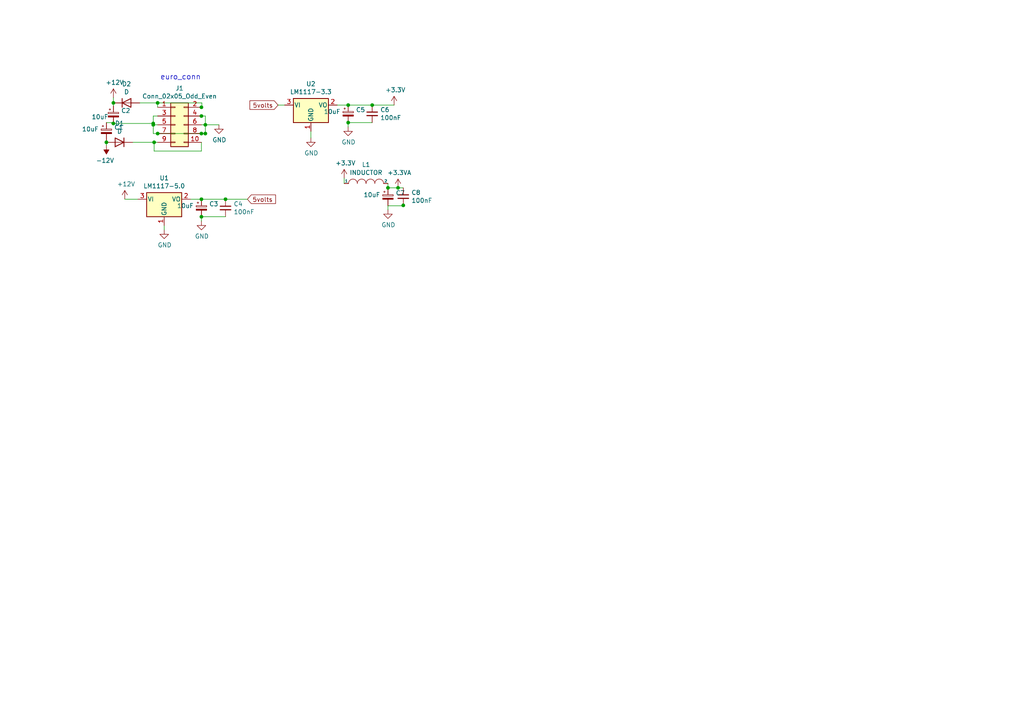
<source format=kicad_sch>
(kicad_sch (version 20211123) (generator eeschema)
  (paper "A4")
  (lib_symbols
    (symbol "Connector_Generic:Conn_02x05_Odd_Even" (pin_names (offset 1.016) hide)
      (property "Reference" "J" (at 1.27 7.62 0))
      (property "Value" "Conn_02x05_Odd_Even" (at 1.27 -7.62 0))
      (symbol "Conn_02x05_Odd_Even_1_1"
        (rectangle (start -1.27 -4.953) (end 0 -5.207) (stroke (width 0.1524)))
        (rectangle (start -1.27 -2.413) (end 0 -2.667) (stroke (width 0.1524)))
        (rectangle (start -1.27 0.127) (end 0 -0.127) (stroke (width 0.1524)))
        (rectangle (start -1.27 2.667) (end 0 2.413) (stroke (width 0.1524)))
        (rectangle (start -1.27 5.207) (end 0 4.953) (stroke (width 0.1524)))
        (rectangle (start -1.27 6.35) (end 3.81 -6.35) (stroke (width 0.254)) (fill (type background)))
        (rectangle (start 3.81 -4.953) (end 2.54 -5.207) (stroke (width 0.1524)))
        (rectangle (start 3.81 -2.413) (end 2.54 -2.667) (stroke (width 0.1524)))
        (rectangle (start 3.81 0.127) (end 2.54 -0.127) (stroke (width 0.1524)))
        (rectangle (start 3.81 2.667) (end 2.54 2.413) (stroke (width 0.1524)))
        (rectangle (start 3.81 5.207) (end 2.54 4.953) (stroke (width 0.1524)))
        (pin passive line (at -5.08 5.08 0) (length 3.81) (name "Pin_1") (number "1"))
        (pin passive line (at 7.62 -5.08 180) (length 3.81) (name "Pin_10") (number "10"))
        (pin passive line (at 7.62 5.08 180) (length 3.81) (name "Pin_2") (number "2"))
        (pin passive line (at -5.08 2.54 0) (length 3.81) (name "Pin_3") (number "3"))
        (pin passive line (at 7.62 2.54 180) (length 3.81) (name "Pin_4") (number "4"))
        (pin passive line (at -5.08 0 0) (length 3.81) (name "Pin_5") (number "5"))
        (pin passive line (at 7.62 0 180) (length 3.81) (name "Pin_6") (number "6"))
        (pin passive line (at -5.08 -2.54 0) (length 3.81) (name "Pin_7") (number "7"))
        (pin passive line (at 7.62 -2.54 180) (length 3.81) (name "Pin_8") (number "8"))
        (pin passive line (at -5.08 -5.08 0) (length 3.81) (name "Pin_9") (number "9"))
      )
    )
    (symbol "Device:C_Polarized_Small" (pin_numbers hide) (pin_names (offset 0.254) hide)
      (property "Reference" "C" (at 0.254 1.778 0))
      (property "Value" "C_Polarized_Small" (at 0.254 -2.032 0))
      (symbol "C_Polarized_Small_0_1"
        (rectangle (start -1.524 -0.3048) (end 1.524 -0.6858) (fill (type outline)))
        (rectangle (start -1.524 0.6858) (end 1.524 0.3048))
        (polyline (pts (xy -1.27 1.524) (xy -0.762 1.524)))
        (polyline (pts (xy -1.016 1.27) (xy -1.016 1.778)))
      )
      (symbol "C_Polarized_Small_1_1"
        (pin passive line (at 0 2.54 270) (length 1.8542) (name "~") (number "1"))
        (pin passive line (at 0 -2.54 90) (length 1.8542) (name "~") (number "2"))
      )
    )
    (symbol "Device:C_Small" (pin_numbers hide) (pin_names (offset 0.254) hide)
      (property "Reference" "C" (at 0.254 1.778 0))
      (property "Value" "C_Small" (at 0.254 -2.032 0))
      (symbol "C_Small_0_1"
        (polyline (pts (xy -1.524 -0.508) (xy 1.524 -0.508)) (stroke (width 0.3302)))
        (polyline (pts (xy -1.524 0.508) (xy 1.524 0.508)) (stroke (width 0.3048)))
      )
      (symbol "C_Small_1_1"
        (pin passive line (at 0 2.54 270) (length 2.032) (name "~") (number "1"))
        (pin passive line (at 0 -2.54 90) (length 2.032) (name "~") (number "2"))
      )
    )
    (symbol "Device:D" (pin_numbers hide) (pin_names (offset 1.016) hide)
      (property "Reference" "D" (at 0 2.54 0))
      (property "Value" "D" (at 0 -2.54 0))
      (symbol "D_0_1"
        (polyline (pts (xy -1.27 1.27) (xy -1.27 -1.27)) (stroke (width 0.254)))
        (polyline (pts (xy 1.27 0) (xy -1.27 0)))
        (polyline (pts (xy 1.27 1.27) (xy 1.27 -1.27) (xy -1.27 0) (xy 1.27 1.27)) (stroke (width 0.254)))
      )
      (symbol "D_1_1"
        (pin passive line (at -3.81 0 0) (length 2.54) (name "K") (number "1"))
        (pin passive line (at 3.81 0 180) (length 2.54) (name "A") (number "2"))
      )
    )
    (symbol "Regulator_Linear:LM1117-3.3" (pin_names (offset 0.254))
      (property "Reference" "U" (at -3.81 3.175 0))
      (property "Value" "LM1117-3.3" (at 0 3.175 0))
      (symbol "LM1117-3.3_0_1"
        (rectangle (start -5.08 -5.08) (end 5.08 1.905) (stroke (width 0.254)) (fill (type background)))
      )
      (symbol "LM1117-3.3_1_1"
        (pin power_in line (at 0 -7.62 90) (length 2.54) (name "GND") (number "1"))
        (pin power_out line (at 7.62 0 180) (length 2.54) (name "VO") (number "2"))
        (pin power_in line (at -7.62 0 0) (length 2.54) (name "VI") (number "3"))
      )
    )
    (symbol "Regulator_Linear:LM1117-5.0" (pin_names (offset 0.254))
      (property "Reference" "U" (at -3.81 3.175 0))
      (property "Value" "LM1117-5.0" (at 0 3.175 0))
      (symbol "LM1117-5.0_0_1"
        (rectangle (start -5.08 -5.08) (end 5.08 1.905) (stroke (width 0.254)) (fill (type background)))
      )
      (symbol "LM1117-5.0_1_1"
        (pin power_in line (at 0 -7.62 90) (length 2.54) (name "GND") (number "1"))
        (pin power_out line (at 7.62 0 180) (length 2.54) (name "VO") (number "2"))
        (pin power_in line (at -7.62 0 0) (length 2.54) (name "VI") (number "3"))
      )
    )
    (symbol "power:+12V" (power) (pin_names (offset 0))
      (property "Value" "+12V" (at 0 3.556 0))
      (symbol "+12V_0_1"
        (polyline (pts (xy -0.762 1.27) (xy 0 2.54)))
        (polyline (pts (xy 0 0) (xy 0 2.54)))
        (polyline (pts (xy 0 2.54) (xy 0.762 1.27)))
      )
      (symbol "+12V_1_1"
        (pin power_in line (at 0 0 90) (length 0) hide (name "+12V") (number "1"))
      )
    )
    (symbol "power:+3.3V" (power) (pin_names (offset 0))
      (property "Value" "+3.3V" (at 0 3.556 0))
      (symbol "+3.3V_0_1"
        (polyline (pts (xy -0.762 1.27) (xy 0 2.54)))
        (polyline (pts (xy 0 0) (xy 0 2.54)))
        (polyline (pts (xy 0 2.54) (xy 0.762 1.27)))
      )
      (symbol "+3.3V_1_1"
        (pin power_in line (at 0 0 90) (length 0) hide (name "+3.3V") (number "1"))
      )
    )
    (symbol "power:+3.3VA" (power) (pin_names (offset 0))
      (property "Value" "+3.3VA" (at 0 3.556 0))
      (symbol "+3.3VA_0_1"
        (polyline (pts (xy -0.762 1.27) (xy 0 2.54)))
        (polyline (pts (xy 0 0) (xy 0 2.54)))
        (polyline (pts (xy 0 2.54) (xy 0.762 1.27)))
      )
      (symbol "+3.3VA_1_1"
        (pin power_in line (at 0 0 90) (length 0) hide (name "+3.3VA") (number "1"))
      )
    )
    (symbol "power:-12V" (power) (pin_names (offset 0))
      (property "Value" "-12V" (at 0 3.81 0))
      (symbol "-12V_0_0"
        (pin power_in line (at 0 0 90) (length 0) hide (name "-12V") (number "1"))
      )
      (symbol "-12V_0_1"
        (polyline (pts (xy 0 0) (xy 0 1.27) (xy 0.762 1.27) (xy 0 2.54) (xy -0.762 1.27) (xy 0 1.27)) (fill (type outline)))
      )
    )
    (symbol "power:GND" (power) (pin_names (offset 0))
      (property "Value" "GND" (at 0 -3.81 0))
      (symbol "GND_0_1"
        (polyline (pts (xy 0 0) (xy 0 -1.27) (xy 1.27 -1.27) (xy 0 -2.54) (xy -1.27 -1.27) (xy 0 -1.27)))
      )
      (symbol "GND_1_1"
        (pin power_in line (at 0 0 270) (length 0) hide (name "GND") (number "1"))
      )
    )
    (symbol "pspice:INDUCTOR" (pin_numbers hide) (pin_names (offset 0))
      (property "Reference" "L" (at 0 2.54 0))
      (property "Value" "INDUCTOR" (at 0 -1.27 0))
      (symbol "INDUCTOR_0_1"
        (arc (start -2.54 0) (mid -3.81 1.27) (end -5.08 0))
        (arc (start 0 0) (mid -1.27 1.27) (end -2.54 0))
        (arc (start 2.54 0) (mid 1.27 1.27) (end 0 0))
        (arc (start 5.08 0) (mid 3.81 1.27) (end 2.54 0))
      )
      (symbol "INDUCTOR_1_1"
        (pin input line (at -6.35 0 0) (length 1.27) (name "1") (number "1"))
        (pin input line (at 6.35 0 180) (length 1.27) (name "2") (number "2"))
      )
    )
  )
  (junction (at 45.72 38.735))
  (junction (at 65.405 57.785))
  (junction (at 58.42 31.115))
  (junction (at 115.443 54.483))
  (junction (at 44.45 35.814))
  (junction (at 44.45 36.195))
  (junction (at 58.42 62.865))
  (junction (at 107.95 30.48))
  (junction (at 30.861 41.275))
  (junction (at 100.9904 30.48))
  (junction (at 112.522 54.483))
  (junction (at 45.72 29.845))
  (junction (at 44.704 41.275))
  (junction (at 100.9904 35.56))
  (junction (at 116.967 59.563))
  (junction (at 58.42 57.785))
  (junction (at 58.42 33.655))
  (junction (at 32.893 35.814))
  (junction (at 59.563 36.195))
  (junction (at 32.893 29.845))
  (junction (at 59.563 38.735))
  (junction (at 58.42 38.735))
  (wire (pts (xy 112.522 54.483) (xy 112.522 54.61)))
  (wire (pts (xy 58.547 29.845) (xy 58.547 31.115)))
  (wire (pts (xy 45.72 33.655) (xy 44.45 33.655)))
  (wire (pts (xy 97.79 30.48) (xy 100.9904 30.48)))
  (wire (pts (xy 44.45 33.655) (xy 44.45 35.814)))
  (wire (pts (xy 80.645 30.48) (xy 82.55 30.48)))
  (wire (pts (xy 59.563 33.655) (xy 59.563 36.195)))
  (wire (pts (xy 112.522 59.69) (xy 116.967 59.69)))
  (wire (pts (xy 44.704 41.275) (xy 45.72 41.275)))
  (wire (pts (xy 59.563 38.735) (xy 59.563 36.195)))
  (wire (pts (xy 30.861 41.275) (xy 30.861 42.164)))
  (wire (pts (xy 45.72 29.845) (xy 45.72 31.115)))
  (wire (pts (xy 44.45 38.735) (xy 44.45 36.195)))
  (wire (pts (xy 44.704 43.815) (xy 44.704 41.275)))
  (wire (pts (xy 58.42 33.655) (xy 59.563 33.655)))
  (wire (pts (xy 44.45 38.735) (xy 45.72 38.735)))
  (wire (pts (xy 58.42 38.735) (xy 59.563 38.735)))
  (wire (pts (xy 58.42 57.785) (xy 65.405 57.785)))
  (wire (pts (xy 112.522 53.213) (xy 112.522 54.483)))
  (wire (pts (xy 44.45 35.814) (xy 44.45 36.195)))
  (wire (pts (xy 30.861 40.64) (xy 30.861 41.275)))
  (wire (pts (xy 107.95 35.56) (xy 100.9904 35.56)))
  (wire (pts (xy 59.563 36.195) (xy 63.5 36.195)))
  (wire (pts (xy 100.9904 30.48) (xy 107.95 30.48)))
  (wire (pts (xy 99.822 51.689) (xy 99.822 53.213)))
  (wire (pts (xy 58.42 62.865) (xy 58.42 64.135)))
  (wire (pts (xy 30.861 35.56) (xy 32.385 35.56)))
  (wire (pts (xy 107.95 30.48) (xy 114.3 30.48)))
  (wire (pts (xy 32.893 28.321) (xy 32.893 29.845)))
  (wire (pts (xy 55.245 57.785) (xy 58.42 57.785)))
  (wire (pts (xy 100.9904 35.56) (xy 100.965 35.56)))
  (wire (pts (xy 58.547 31.115) (xy 58.42 31.115)))
  (wire (pts (xy 32.893 29.845) (xy 32.893 30.734)))
  (wire (pts (xy 59.563 38.735) (xy 59.5884 38.735)))
  (wire (pts (xy 47.625 65.405) (xy 47.625 66.675)))
  (wire (pts (xy 90.17 38.1) (xy 90.17 40.005)))
  (wire (pts (xy 45.72 38.735) (xy 58.42 38.735)))
  (wire (pts (xy 58.42 41.275) (xy 58.42 43.815)))
  (wire (pts (xy 58.42 43.815) (xy 44.704 43.815)))
  (wire (pts (xy 32.385 35.814) (xy 32.893 35.814)))
  (wire (pts (xy 40.513 29.845) (xy 45.72 29.845)))
  (wire (pts (xy 32.385 35.56) (xy 32.385 35.814)))
  (wire (pts (xy 65.405 57.785) (xy 71.755 57.785)))
  (wire (pts (xy 100.965 35.56) (xy 100.965 36.83)))
  (wire (pts (xy 38.481 41.275) (xy 44.704 41.275)))
  (wire (pts (xy 112.522 59.69) (xy 112.522 60.833)))
  (wire (pts (xy 116.967 59.69) (xy 116.967 59.563)))
  (wire (pts (xy 112.522 54.483) (xy 115.443 54.483)))
  (wire (pts (xy 115.443 54.483) (xy 116.967 54.483)))
  (wire (pts (xy 32.893 35.814) (xy 44.45 35.814)))
  (wire (pts (xy 65.405 62.865) (xy 58.42 62.865)))
  (wire (pts (xy 58.293 33.655) (xy 58.42 33.655)))
  (wire (pts (xy 45.72 29.845) (xy 58.547 29.845)))
  (wire (pts (xy 44.45 36.195) (xy 45.72 36.195)))
  (wire (pts (xy 58.42 36.195) (xy 59.563 36.195)))
  (wire (pts (xy 36.195 57.785) (xy 40.005 57.785)))
  (text "euro_conn" (at 46.482 23.368 0) (effects (font (size 1.524 1.524)) (justify left bottom)))
  (global_label "5volts" (shape input) (at 80.645 30.48 180) (property "Intersheet References" "${INTERSHEET_REFS}" (effects hide)))
  (global_label "5volts" (shape input) (at 71.755 57.785 0) (property "Intersheet References" "${INTERSHEET_REFS}" (effects hide)))
  (symbol (lib_id "power:-12V") (at 30.861 42.164 180) (unit 1)
    (property "Reference" "#PWR01" (effects hide))
    (property "Value" "-12V" (at 30.48 46.5582 0))
  )
  (symbol (lib_id "Device:D") (at 36.703 29.845 0) (unit 1)
    (property "Reference" "D2" (at 36.703 24.3586 0))
    (property "Value" "D" (at 36.703 26.67 0))
    (property "Footprint" "Diodes_SMD:D_SOD-123" (effects hide))
  )
  (symbol (lib_id "Device:D") (at 34.671 41.275 180) (unit 1)
    (property "Reference" "D1" (at 34.671 35.7886 0))
    (property "Value" "D" (at 34.671 38.1 0))
    (property "Footprint" "Diodes_SMD:D_SOD-123" (effects hide))
  )
  (symbol (lib_id "Connector_Generic:Conn_02x05_Odd_Even") (at 50.8 36.195 0) (unit 1)
    (property "Reference" "J1" (at 52.07 25.6032 0))
    (property "Value" "Conn_02x05_Odd_Even" (at 52.07 27.9146 0))
    (property "Footprint" "Pin_Headers:Pin_Header_Straight_2x05_Pitch2.54mm" (effects hide))
  )
  (symbol (lib_id "power:GND") (at 63.5 36.195 0) (unit 1)
    (property "Reference" "#PWR06" (effects hide))
    (property "Value" "GND" (at 63.627 40.5892 0))
  )
  (symbol (lib_id "power:+12V") (at 32.893 28.321 0) (unit 1)
    (property "Reference" "#PWR02" (effects hide))
    (property "Value" "+12V" (at 33.274 23.9268 0))
  )
  (symbol (lib_id "Device:C_Polarized_Small") (at 32.893 33.274 0) (unit 1)
    (property "Reference" "C2" (at 35.1282 32.1056 0) (effects (justify left)))
    (property "Value" "10uF" (at 26.543 33.909 0) (effects (justify left)))
    (property "Footprint" "SMD_Packages:SMD-1206_Pol" (effects hide))
  )
  (symbol (lib_id "Device:C_Polarized_Small") (at 30.861 38.1 0) (unit 1)
    (property "Reference" "C1" (at 33.0962 36.9316 0) (effects (justify left)))
    (property "Value" "10uF" (at 23.749 37.465 0) (effects (justify left)))
    (property "Footprint" "SMD_Packages:SMD-1206_Pol" (effects hide))
  )
  (symbol (lib_id "Regulator_Linear:LM1117-3.3") (at 90.17 30.48 0) (unit 1)
    (property "Reference" "U2" (at 90.17 24.3332 0))
    (property "Value" "LM1117-3.3" (at 90.17 26.6446 0))
    (property "Footprint" "TO_SOT_Packages_SMD:TO-252-2" (effects hide))
    (property "Datasheet" "http://www.ti.com/lit/ds/symlink/lm1117.pdf" (effects hide))
  )
  (symbol (lib_id "Regulator_Linear:LM1117-5.0") (at 47.625 57.785 0) (unit 1)
    (property "Reference" "U1" (at 47.625 51.6382 0))
    (property "Value" "LM1117-5.0" (at 47.625 53.9496 0))
    (property "Footprint" "TO_SOT_Packages_SMD:TO-252-2" (effects hide))
    (property "Datasheet" "http://www.ti.com/lit/ds/symlink/lm1117.pdf" (effects hide))
  )
  (symbol (lib_id "power:GND") (at 47.625 66.675 0) (unit 1)
    (property "Reference" "#PWR04" (effects hide))
    (property "Value" "GND" (at 47.752 71.0692 0))
  )
  (symbol (lib_id "power:GND") (at 58.42 64.135 0) (unit 1)
    (property "Reference" "#PWR05" (effects hide))
    (property "Value" "GND" (at 58.547 68.5292 0))
  )
  (symbol (lib_id "Device:C_Polarized_Small") (at 58.42 60.325 0) (unit 1)
    (property "Reference" "C3" (at 60.6552 59.1566 0) (effects (justify left)))
    (property "Value" "10uF" (at 51.308 59.69 0) (effects (justify left)))
    (property "Footprint" "SMD_Packages:SMD-1206_Pol" (effects hide))
  )
  (symbol (lib_id "Device:C_Small") (at 65.405 60.325 0) (unit 1)
    (property "Reference" "C4" (at 67.7418 59.1566 0) (effects (justify left)))
    (property "Value" "100nF" (at 67.7418 61.468 0) (effects (justify left)))
    (property "Footprint" "Capacitors_SMD:C_0805" (effects hide))
  )
  (symbol (lib_id "power:+12V") (at 36.195 57.785 0) (unit 1)
    (property "Reference" "#PWR03" (effects hide))
    (property "Value" "+12V" (at 36.576 53.3908 0))
  )
  (symbol (lib_id "power:GND") (at 100.965 36.83 0) (unit 1)
    (property "Reference" "#PWR09" (effects hide))
    (property "Value" "GND" (at 101.092 41.2242 0))
  )
  (symbol (lib_id "Device:C_Polarized_Small") (at 100.9904 33.02 0) (unit 1)
    (property "Reference" "C5" (at 103.2256 31.8516 0) (effects (justify left)))
    (property "Value" "10uF" (at 93.8784 32.385 0) (effects (justify left)))
    (property "Footprint" "SMD_Packages:SMD-1206_Pol" (effects hide))
  )
  (symbol (lib_id "Device:C_Small") (at 107.95 33.02 0) (unit 1)
    (property "Reference" "C6" (at 110.2868 31.8516 0) (effects (justify left)))
    (property "Value" "100nF" (at 110.2868 34.163 0) (effects (justify left)))
    (property "Footprint" "Capacitors_SMD:C_0805" (effects hide))
  )
  (symbol (lib_id "power:GND") (at 90.17 40.005 0) (unit 1)
    (property "Reference" "#PWR07" (effects hide))
    (property "Value" "GND" (at 90.297 44.3992 0))
  )
  (symbol (lib_id "power:+3.3V") (at 114.3 30.48 0) (unit 1)
    (property "Reference" "#PWR011" (effects hide))
    (property "Value" "+3.3V" (at 114.681 26.0858 0))
  )
  (symbol (lib_id "power:+3.3V") (at 99.822 51.689 0) (unit 1)
    (property "Reference" "#PWR08" (effects hide))
    (property "Value" "+3.3V" (at 100.203 47.2948 0))
  )
  (symbol (lib_id "pspice:INDUCTOR") (at 106.172 53.213 0) (unit 1)
    (property "Reference" "L1" (at 106.172 47.752 0))
    (property "Value" "INDUCTOR" (at 106.172 50.0634 0))
    (property "Footprint" "Resistors_SMD:R_0603" (effects hide))
  )
  (symbol (lib_id "Device:C_Polarized_Small") (at 112.522 57.15 0) (unit 1)
    (property "Reference" "C7" (at 114.7572 55.9816 0) (effects (justify left)))
    (property "Value" "10uF" (at 105.41 56.515 0) (effects (justify left)))
    (property "Footprint" "SMD_Packages:SMD-1206_Pol" (effects hide))
  )
  (symbol (lib_id "power:GND") (at 112.522 60.833 0) (unit 1)
    (property "Reference" "#PWR010" (effects hide))
    (property "Value" "GND" (at 112.649 65.2272 0))
  )
  (symbol (lib_id "Device:C_Small") (at 116.967 57.023 0) (unit 1)
    (property "Reference" "C8" (at 119.3038 55.8546 0) (effects (justify left)))
    (property "Value" "100nF" (at 119.3038 58.166 0) (effects (justify left)))
    (property "Footprint" "Capacitors_SMD:C_0805" (effects hide))
  )
  (symbol (lib_id "power:+3.3VA") (at 115.443 54.483 0) (unit 1)
    (property "Reference" "#PWR012" (effects hide))
    (property "Value" "+3.3VA" (at 115.824 50.0888 0))
  )
)
</source>
